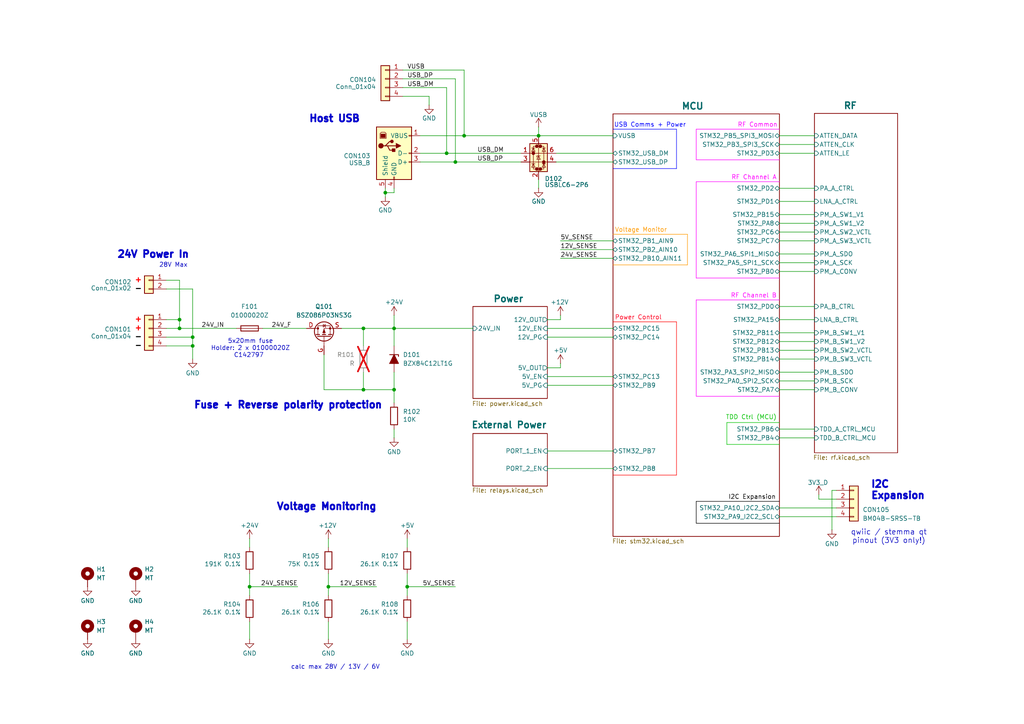
<source format=kicad_sch>
(kicad_sch (version 20250114) (generator "eeschema") (generator_version "9.0")
  (paper "A4")
  (title_block (title "RFE") (date "2024-06-01") (rev "A1") (company "LibreCellular Project - https://librecellular.org/") (comment 1 "Drawn: OK") (comment 2 "Checked: x"))
  (lib_symbols
    (symbol "Connector:USB_B" (pin_names (offset 1.016))
      (property "Reference" "J103" (at -6.858 -0.762 0))
      (property "Value" "USB_B" (at -6.858 -2.794 0))
      (symbol "USB_B_0_1"
        (rectangle (start -5.08 7.62) (end 5.08 -7.62) (stroke (width 0.254)) (fill (type background)))
        (polyline (pts (xy -4.064 4.318) (xy -2.286 4.318) (xy -2.286 5.715) (xy -2.667 6.096) (xy -3.683 6.096) (xy -4.064 5.715) (xy -4.064 4.318)))
        (rectangle (start -3.81 5.588) (end -2.54 4.572) (fill (type outline)))
        (circle (center -3.81 2.159) (radius 0.635) (stroke (width 0.254)) (fill (type outline)))
        (polyline (pts (xy -3.175 2.159) (xy -2.54 2.159) (xy -1.27 3.429) (xy -0.635 3.429)) (stroke (width 0.254)))
        (polyline (pts (xy -2.54 2.159) (xy -1.905 2.159) (xy -1.27 0.889) (xy 0 0.889)) (stroke (width 0.254)))
        (polyline (pts (xy -1.905 2.159) (xy 0.635 2.159)) (stroke (width 0.254)))
        (circle (center -0.635 3.429) (radius 0.381) (stroke (width 0.254)) (fill (type outline)))
        (rectangle (start -0.127 -7.62) (end 0.127 -6.858))
        (rectangle (start 0.254 1.27) (end -0.508 0.508) (stroke (width 0.254)) (fill (type outline)))
        (polyline (pts (xy 0.635 2.794) (xy 0.635 1.524) (xy 1.905 2.159) (xy 0.635 2.794)) (stroke (width 0.254)) (fill (type outline)))
        (rectangle (start 5.08 4.953) (end 4.318 5.207))
        (rectangle (start 5.08 -0.127) (end 4.318 0.127))
        (rectangle (start 5.08 -2.667) (end 4.318 -2.413))
      )
      (symbol "USB_B_1_1"
        (pin passive line (at -2.54 -10.16 90) (length 2.54) (name "Shield") (number "5"))
        (pin power_out line (at 0 -10.16 90) (length 2.54) (name "GND") (number "4"))
        (pin power_out line (at 7.62 5.08 180) (length 2.54) (name "VBUS") (number "1"))
        (pin bidirectional line (at 7.62 0 180) (length 2.54) (name "D-") (number "2"))
        (pin bidirectional line (at 7.62 -2.54 180) (length 2.54) (name "D+") (number "3"))
      )
    )
    (symbol "Connector_Generic:Conn_01x02" (pin_names (offset 1.016) (hide yes))
      (property "Reference" "J" (at 0 2.54 0))
      (property "Value" "Conn_01x02" (at 0 -5.08 0))
      (symbol "Conn_01x02_1_1"
        (rectangle (start -1.27 1.27) (end 1.27 -3.81) (stroke (width 0.254)) (fill (type background)))
        (rectangle (start -1.27 0.127) (end 0 -0.127) (stroke (width 0.1524)))
        (rectangle (start -1.27 -2.413) (end 0 -2.667) (stroke (width 0.1524)))
        (pin passive line (at -5.08 0 0) (length 3.81) (name "Pin_1") (number "1"))
        (pin passive line (at -5.08 -2.54 0) (length 3.81) (name "Pin_2") (number "2"))
      )
    )
    (symbol "Connector_Generic:Conn_01x04" (pin_names (offset 1.016) (hide yes))
      (property "Reference" "J" (at 0 5.08 0))
      (property "Value" "Conn_01x04" (at 0 -7.62 0))
      (symbol "Conn_01x04_1_1"
        (rectangle (start -1.27 3.81) (end 1.27 -6.35) (stroke (width 0.254)) (fill (type background)))
        (rectangle (start -1.27 2.667) (end 0 2.413) (stroke (width 0.1524)))
        (rectangle (start -1.27 0.127) (end 0 -0.127) (stroke (width 0.1524)))
        (rectangle (start -1.27 -2.413) (end 0 -2.667) (stroke (width 0.1524)))
        (rectangle (start -1.27 -4.953) (end 0 -5.207) (stroke (width 0.1524)))
        (pin passive line (at -5.08 2.54 0) (length 3.81) (name "Pin_1") (number "1"))
        (pin passive line (at -5.08 0 0) (length 3.81) (name "Pin_2") (number "2"))
        (pin passive line (at -5.08 -2.54 0) (length 3.81) (name "Pin_3") (number "3"))
        (pin passive line (at -5.08 -5.08 0) (length 3.81) (name "Pin_4") (number "4"))
      )
    )
    (symbol "Device:D_Zener_Filled" (pin_numbers (hide yes)) (pin_names (offset 1.016) (hide yes))
      (property "Reference" "D101" (at -1.2701 2.54 90))
      (property "Value" "BZX84C12LT1G" (at 1.2699 2.54 90))
      (symbol "D_Zener_Filled_0_1"
        (polyline (pts (xy -1.27 -1.27) (xy -1.27 1.27) (xy -0.762 1.27)) (stroke (width 0.254)))
        (polyline (pts (xy 1.27 0) (xy -1.27 0)))
        (polyline (pts (xy 1.27 -1.27) (xy 1.27 1.27) (xy -1.27 0) (xy 1.27 -1.27)) (stroke (width 0.254)) (fill (type outline)))
      )
      (symbol "D_Zener_Filled_1_1"
        (pin passive line (at -3.81 0 0) (length 2.54) (name "K") (number "3"))
        (pin passive line (at 3.81 0 180) (length 2.54) (name "A") (number "1"))
      )
    )
    (symbol "Device:Fuse" (pin_numbers (hide yes)) (pin_names (offset 0))
      (property "Reference" "F" (at 2.032 0 90))
      (property "Value" "Fuse" (at -1.905 0 90))
      (symbol "Fuse_0_1"
        (rectangle (start -0.762 -2.54) (end 0.762 2.54) (stroke (width 0.254)))
        (polyline (pts (xy 0 2.54) (xy 0 -2.54)))
      )
      (symbol "Fuse_1_1"
        (pin passive line (at 0 3.81 270) (length 1.27) (name "~") (number "1"))
        (pin passive line (at 0 -3.81 90) (length 1.27) (name "~") (number "2"))
      )
    )
    (symbol "Device:Q_PMOS_DGS" (pin_names (offset 0) (hide yes))
      (property "Reference" "Q101" (at 8.89 0 90))
      (property "Value" "BSZ086P03NS3G" (at 6.35 0 90))
      (symbol "Q_PMOS_DGS_0_1"
        (polyline (pts (xy 0.254 1.905) (xy 0.254 -1.905)) (stroke (width 0.254)))
        (polyline (pts (xy 0.254 0) (xy -2.54 0)))
        (polyline (pts (xy 0.762 2.286) (xy 0.762 1.27)) (stroke (width 0.254)))
        (polyline (pts (xy 0.762 1.778) (xy 3.302 1.778) (xy 3.302 -1.778) (xy 0.762 -1.778)))
        (polyline (pts (xy 0.762 0.508) (xy 0.762 -0.508)) (stroke (width 0.254)))
        (polyline (pts (xy 0.762 -1.27) (xy 0.762 -2.286)) (stroke (width 0.254)))
        (circle (center 1.651 0) (radius 2.794) (stroke (width 0.254)))
        (polyline (pts (xy 2.286 0) (xy 1.27 0.381) (xy 1.27 -0.381) (xy 2.286 0)) (fill (type outline)))
        (polyline (pts (xy 2.54 2.54) (xy 2.54 1.778)))
        (circle (center 2.54 1.778) (radius 0.254) (fill (type outline)))
        (circle (center 2.54 -1.778) (radius 0.254) (fill (type outline)))
        (polyline (pts (xy 2.54 -2.54) (xy 2.54 0) (xy 0.762 0)))
        (polyline (pts (xy 2.794 -0.508) (xy 2.921 -0.381) (xy 3.683 -0.381) (xy 3.81 -0.254)))
        (polyline (pts (xy 3.302 -0.381) (xy 2.921 0.254) (xy 3.683 0.254) (xy 3.302 -0.381)))
      )
      (symbol "Q_PMOS_DGS_1_1"
        (pin input line (at -5.08 0 0) (length 2.54) (name "G") (number "G"))
        (pin passive line (at 2.54 5.08 270) (length 2.54) (name "D") (number "D"))
        (pin passive line (at 2.54 -5.08 90) (length 2.54) (name "S") (number "S"))
      )
    )
    (symbol "Device:R" (pin_numbers (hide yes)) (pin_names (offset 0))
      (property "Reference" "R" (at 2.032 0 90))
      (property "Value" "R" (at 0 0 90))
      (symbol "R_0_1"
        (rectangle (start -1.016 -2.54) (end 1.016 2.54) (stroke (width 0.254)))
      )
      (symbol "R_1_1"
        (pin passive line (at 0 3.81 270) (length 1.27) (name "~") (number "1"))
        (pin passive line (at 0 -3.81 90) (length 1.27) (name "~") (number "2"))
      )
    )
    (symbol "Mechanical:MountingHole_Pad" (pin_numbers (hide yes)) (pin_names (offset 1.016) (hide yes)) (exclude_from_sim yes) (in_bom no)
      (property "Reference" "H" (at 0 6.35 0))
      (property "Value" "MountingHole_Pad" (at 0 4.445 0))
      (symbol "MountingHole_Pad_0_1"
        (circle (center 0 1.27) (radius 1.27) (stroke (width 1.27)))
      )
      (symbol "MountingHole_Pad_1_1"
        (pin input line (at 0 -2.54 90) (length 2.54) (name "1") (number "1"))
      )
    )
    (symbol "Power_Protection:USBLC6-2P6" (pin_names (hide yes))
      (property "Reference" "U" (at 0.635 5.715 0))
      (property "Value" "USBLC6-2P6" (at 0.635 3.81 0))
      (symbol "USBLC6-2P6_0_0"
        (circle (center -1.524 0) (radius 0.0001) (stroke (width 0.508)))
        (circle (center -0.508 2.032) (radius 0.0001) (stroke (width 0.508)))
        (circle (center -0.508 -4.572) (radius 0.0001) (stroke (width 0.508)))
        (circle (center 0.508 2.032) (radius 0.0001) (stroke (width 0.508)))
        (circle (center 0.508 -4.572) (radius 0.0001) (stroke (width 0.508)))
        (circle (center 1.524 -2.54) (radius 0.0001) (stroke (width 0.508)))
      )
      (symbol "USBLC6-2P6_0_1"
        (polyline (pts (xy -2.54 0) (xy 2.54 0)))
        (polyline (pts (xy -2.54 -2.54) (xy 2.54 -2.54)))
        (polyline (pts (xy -2.032 0.508) (xy -1.016 0.508) (xy -1.524 1.524) (xy -2.032 0.508)))
        (polyline (pts (xy -2.032 -3.048) (xy -1.016 -3.048)))
        (polyline (pts (xy -1.016 1.524) (xy -2.032 1.524)))
        (polyline (pts (xy -1.016 -4.064) (xy -2.032 -4.064) (xy -1.524 -3.048) (xy -1.016 -4.064)))
        (polyline (pts (xy -0.508 -1.143) (xy -0.508 -0.762) (xy 0.508 -0.762)))
        (polyline (pts (xy 0 2.54) (xy -0.508 2.032) (xy 0.508 2.032) (xy 0 1.524) (xy 0 -4.064) (xy -0.508 -4.572) (xy 0.508 -4.572) (xy 0 -5.08)))
        (polyline (pts (xy 0.508 -1.778) (xy -0.508 -1.778) (xy 0 -0.762) (xy 0.508 -1.778)))
        (polyline (pts (xy 1.016 1.524) (xy 2.032 1.524)))
        (polyline (pts (xy 1.016 -3.048) (xy 2.032 -3.048)))
        (polyline (pts (xy 2.032 0.508) (xy 1.016 0.508) (xy 1.524 1.524) (xy 2.032 0.508)))
        (polyline (pts (xy 2.032 -4.064) (xy 1.016 -4.064) (xy 1.524 -3.048) (xy 2.032 -4.064)))
      )
      (symbol "USBLC6-2P6_1_1"
        (rectangle (start -2.54 2.794) (end 2.54 -5.334) (stroke (width 0.254)) (fill (type background)))
        (polyline (pts (xy -0.508 2.032) (xy -1.524 2.032) (xy -1.524 -4.572) (xy -0.508 -4.572)))
        (polyline (pts (xy 0.508 -4.572) (xy 1.524 -4.572) (xy 1.524 2.032) (xy 0.508 2.032)))
        (pin passive line (at -5.08 0 0) (length 2.54) (name "I/O1") (number "1"))
        (pin passive line (at -5.08 -2.54 0) (length 2.54) (name "I/O2") (number "3"))
        (pin passive line (at 0 5.08 270) (length 2.54) (name "VBUS") (number "5"))
        (pin passive line (at 0 -7.62 90) (length 2.54) (name "GND") (number "2"))
        (pin passive line (at 5.08 0 180) (length 2.54) (name "I/O1") (number "6"))
        (pin passive line (at 5.08 -2.54 180) (length 2.54) (name "I/O2") (number "4"))
      )
    )
    (symbol "power:+12V" (power) (pin_numbers (hide yes)) (pin_names (offset 0) (hide yes))
      (property "Value" "+12V" (at 0 3.556 0))
      (symbol "+12V_0_1"
        (polyline (pts (xy -0.762 1.27) (xy 0 2.54)))
        (polyline (pts (xy 0 2.54) (xy 0.762 1.27)))
        (polyline (pts (xy 0 0) (xy 0 2.54)))
      )
      (symbol "+12V_1_1"
        (pin power_in line (at 0 0 90) (length 0) (name "~") (number "1"))
      )
    )
    (symbol "power:+24V" (power) (pin_numbers (hide yes)) (pin_names (offset 0) (hide yes))
      (property "Value" "+24V" (at 0 3.556 0))
      (symbol "+24V_0_1"
        (polyline (pts (xy -0.762 1.27) (xy 0 2.54)))
        (polyline (pts (xy 0 2.54) (xy 0.762 1.27)))
        (polyline (pts (xy 0 0) (xy 0 2.54)))
      )
      (symbol "+24V_1_1"
        (pin power_in line (at 0 0 90) (length 0) (name "~") (number "1"))
      )
    )
    (symbol "power:+3V3" (power) (pin_numbers (hide yes)) (pin_names (offset 0) (hide yes))
      (property "Value" "+3V3" (at 0 3.556 0))
      (symbol "+3V3_0_1"
        (polyline (pts (xy -0.762 1.27) (xy 0 2.54)))
        (polyline (pts (xy 0 2.54) (xy 0.762 1.27)))
        (polyline (pts (xy 0 0) (xy 0 2.54)))
      )
      (symbol "+3V3_1_1"
        (pin power_in line (at 0 0 90) (length 0) (name "~") (number "1"))
      )
    )
    (symbol "power:+5V" (power) (pin_numbers (hide yes)) (pin_names (offset 0) (hide yes))
      (property "Value" "+5V" (at 0 3.556 0))
      (symbol "+5V_0_1"
        (polyline (pts (xy -0.762 1.27) (xy 0 2.54)))
        (polyline (pts (xy 0 2.54) (xy 0.762 1.27)))
        (polyline (pts (xy 0 0) (xy 0 2.54)))
      )
      (symbol "+5V_1_1"
        (pin power_in line (at 0 0 90) (length 0) (name "~") (number "1"))
      )
    )
    (symbol "power:GND" (power) (pin_numbers (hide yes)) (pin_names (offset 0) (hide yes))
      (property "Value" "GND" (at 0 -3.81 0))
      (symbol "GND_0_1"
        (polyline (pts (xy 0 0) (xy 0 -1.27) (xy 1.27 -1.27) (xy 0 -2.54) (xy -1.27 -1.27) (xy 0 -1.27)))
      )
      (symbol "GND_1_1"
        (pin power_in line (at 0 0 270) (length 0) (name "~") (number "1"))
      )
    )
    (symbol "power:VBUS" (power) (pin_numbers (hide yes)) (pin_names (offset 0) (hide yes))
      (property "Value" "VBUS" (at 0 3.556 0))
      (symbol "VBUS_0_1"
        (polyline (pts (xy -0.762 1.27) (xy 0 2.54)))
        (polyline (pts (xy 0 2.54) (xy 0.762 1.27)))
        (polyline (pts (xy 0 0) (xy 0 2.54)))
      )
      (symbol "VBUS_1_1"
        (pin power_in line (at 0 0 90) (length 0) (name "~") (number "1"))
      )
    )
  )
  (text "-" (at 40.132 83.82 0) (effects (font (size 1.524 1.524) (bold yes))))
  (text "5x20mm fuse\nHolder: 2 x 01000020Z\nC142797 " (at 72.644 101.092 0) (effects (font (size 1.27 1.27))))
  (text "I2C\nExpansion" (at 252.476 142.24 0) (effects (font (size 2.032 2.032) (thickness 1.524) (bold yes)) (justify left)))
  (text "Voltage Monitor" (at 178.308 66.802 0) (effects (font (size 1.27 1.27)) (justify left)))
  (text "+" (at 40.132 92.71 0) (effects (font (size 1.524 1.524) (bold yes))))
  (text "28V Max" (at 50.292 76.962 0) (effects (font (size 1.27 1.27))))
  (text "calc max 28V / 13V / 6V" (at 97.282 193.548 0) (effects (font (size 1.27 1.27))))
  (text "-" (at 40.132 97.79 0) (effects (font (size 1.524 1.524) (bold yes))))
  (text "TDD Ctrl (MCU)" (at 225.298 121.158 0) (effects (font (size 1.27 1.27)) (justify right)))
  (text "qwiic / stemma qt\npinout (3V3 only!)" (at 257.81 155.702 0) (effects (font (size 1.524 1.524))))
  (text "RF Common" (at 225.552 36.322 0) (effects (font (size 1.27 1.27)) (justify right)))
  (text "Power Control" (at 178.308 92.202 0) (effects (font (size 1.27 1.27)) (justify left)))
  (text "Voltage Monitoring" (at 94.742 147.066 0) (effects (font (size 2.032 2.032) (thickness 1.524) (bold yes))))
  (text "24V Power In" (at 44.45 73.914 0) (effects (font (size 2.032 2.032) (thickness 1.524) (bold yes))))
  (text "+" (at 40.132 95.25 0) (effects (font (size 1.524 1.524) (bold yes))))
  (text "Host USB" (at 97.028 34.544 0) (effects (font (size 2.032 2.032) (thickness 1.524) (bold yes))))
  (text "RF Channel B" (at 225.298 85.852 0) (effects (font (size 1.27 1.27)) (justify right)))
  (text "I2C Expansion" (at 225.044 144.272 0) (effects (font (size 1.27 1.27)) (justify right)))
  (text "-" (at 40.132 100.33 0) (effects (font (size 1.524 1.524) (bold yes))))
  (text "USB Comms + Power" (at 178.054 36.322 0) (effects (font (size 1.27 1.27)) (justify left)))
  (text "+" (at 40.132 81.28 0) (effects (font (size 1.524 1.524) (bold yes))))
  (text "Fuse + Reverse polarity protection" (at 83.566 117.602 0) (effects (font (size 2.032 2.032) (thickness 1.524) (bold yes))))
  (text "RF Channel A" (at 225.298 51.562 0) (effects (font (size 1.27 1.27)) (justify right)))
  (junction (at 52.07 92.71))
  (junction (at 52.07 95.25))
  (junction (at 156.21 39.37))
  (junction (at 134.62 39.37))
  (junction (at 114.3 113.03))
  (junction (at 118.11 170.18))
  (junction (at 105.41 113.03))
  (junction (at 55.88 100.33))
  (junction (at 111.76 55.88))
  (junction (at 129.54 44.45))
  (junction (at 132.08 46.99))
  (junction (at 114.3 95.25))
  (junction (at 72.39 170.18))
  (junction (at 105.41 95.25))
  (junction (at 55.88 97.79))
  (junction (at 95.25 170.18))
  (wire (pts (xy 116.84 25.4) (xy 129.54 25.4)))
  (polyline (pts (xy 201.93 151.765) (xy 201.93 145.415)) (stroke (width 0) (color 0 0 0 1)))
  (wire (pts (xy 162.56 72.39) (xy 177.8 72.39)))
  (polyline (pts (xy 201.93 80.645) (xy 201.93 52.705)) (stroke (width 0) (color 255 0 255 1)))
  (polyline (pts (xy 226.06 114.935) (xy 201.93 114.935)) (stroke (width 0) (color 255 0 255 1)))
  (wire (pts (xy 226.06 124.46) (xy 236.22 124.46)))
  (wire (pts (xy 226.06 107.95) (xy 236.22 107.95)))
  (wire (pts (xy 226.06 78.74) (xy 236.22 78.74)))
  (polyline (pts (xy 226.06 151.765) (xy 201.93 151.765)) (stroke (width 0) (color 0 0 0 1)))
  (wire (pts (xy 158.75 92.71) (xy 162.56 92.71)))
  (polyline (pts (xy 226.06 46.355) (xy 201.93 46.355)) (stroke (width 0) (color 255 0 255 1)))
  (wire (pts (xy 121.92 39.37) (xy 134.62 39.37)))
  (wire (pts (xy 226.06 149.86) (xy 242.57 149.86)))
  (wire (pts (xy 95.25 170.18) (xy 95.25 166.37)))
  (wire (pts (xy 161.29 46.99) (xy 177.8 46.99)))
  (wire (pts (xy 226.06 88.9) (xy 236.22 88.9)))
  (wire (pts (xy 156.21 39.37) (xy 177.8 39.37)))
  (wire (pts (xy 114.3 55.88) (xy 111.76 55.88)))
  (wire (pts (xy 52.07 81.28) (xy 52.07 92.71)))
  (wire (pts (xy 48.26 83.82) (xy 55.88 83.82)))
  (wire (pts (xy 93.98 102.87) (xy 93.98 113.03)))
  (wire (pts (xy 132.08 46.99) (xy 151.13 46.99)))
  (polyline (pts (xy 177.8 93.345) (xy 196.215 93.345)) (stroke (width 0) (color 255 0 0 1)))
  (wire (pts (xy 93.98 113.03) (xy 105.41 113.03)))
  (wire (pts (xy 226.06 104.14) (xy 236.22 104.14)))
  (polyline (pts (xy 201.93 114.935) (xy 201.93 86.995)) (stroke (width 0) (color 255 0 255 1)))
  (wire (pts (xy 158.75 135.89) (xy 177.8 135.89)))
  (wire (pts (xy 55.88 97.79) (xy 55.88 100.33)))
  (wire (pts (xy 226.06 147.32) (xy 242.57 147.32)))
  (polyline (pts (xy 210.82 122.555) (xy 226.06 122.555)) (stroke (width 0) (color 0 194 0 1)))
  (wire (pts (xy 158.75 97.79) (xy 177.8 97.79)))
  (wire (pts (xy 52.07 95.25) (xy 48.26 95.25)))
  (wire (pts (xy 105.41 95.25) (xy 114.3 95.25)))
  (wire (pts (xy 121.92 44.45) (xy 129.54 44.45)))
  (wire (pts (xy 162.56 106.68) (xy 162.56 105.41)))
  (wire (pts (xy 158.75 111.76) (xy 177.8 111.76)))
  (wire (pts (xy 226.06 76.2) (xy 236.22 76.2)))
  (wire (pts (xy 124.46 27.94) (xy 124.46 30.48)))
  (polyline (pts (xy 201.93 52.705) (xy 226.06 52.705)) (stroke (width 0) (color 255 0 255 1)))
  (polyline (pts (xy 201.93 145.415) (xy 226.06 145.415)) (stroke (width 0) (color 0 0 0 1)))
  (wire (pts (xy 158.75 130.81) (xy 177.8 130.81)))
  (wire (pts (xy 158.75 95.25) (xy 177.8 95.25)))
  (wire (pts (xy 226.06 96.52) (xy 236.22 96.52)))
  (wire (pts (xy 226.06 58.42) (xy 236.22 58.42)))
  (wire (pts (xy 52.07 95.25) (xy 68.58 95.25)))
  (wire (pts (xy 116.84 22.86) (xy 132.08 22.86)))
  (wire (pts (xy 226.06 92.71) (xy 236.22 92.71)))
  (wire (pts (xy 121.92 46.99) (xy 132.08 46.99)))
  (wire (pts (xy 99.06 95.25) (xy 105.41 95.25)))
  (wire (pts (xy 88.9 95.25) (xy 76.2 95.25)))
  (wire (pts (xy 118.11 185.42) (xy 118.11 180.34)))
  (polyline (pts (xy 177.8 137.795) (xy 196.215 137.795)) (stroke (width 0) (color 255 0 0 1)))
  (wire (pts (xy 162.56 92.71) (xy 162.56 91.44)))
  (wire (pts (xy 114.3 54.61) (xy 114.3 55.88)))
  (wire (pts (xy 226.06 99.06) (xy 236.22 99.06)))
  (polyline (pts (xy 177.8 76.835) (xy 199.39 76.835)) (stroke (width 0) (color 255 153 0 1)))
  (wire (pts (xy 158.75 106.68) (xy 162.56 106.68)))
  (wire (pts (xy 48.26 97.79) (xy 55.88 97.79)))
  (wire (pts (xy 156.21 52.07) (xy 156.21 54.61)))
  (polyline (pts (xy 226.06 128.905) (xy 210.82 128.905)) (stroke (width 0) (color 0 194 0 1)))
  (wire (pts (xy 95.25 172.72) (xy 95.25 170.18)))
  (polyline (pts (xy 226.06 80.645) (xy 201.93 80.645)) (stroke (width 0) (color 255 0 255 1)))
  (wire (pts (xy 242.57 142.24) (xy 241.3 142.24)))
  (wire (pts (xy 48.26 100.33) (xy 55.88 100.33)))
  (wire (pts (xy 226.06 110.49) (xy 236.22 110.49)))
  (wire (pts (xy 156.21 36.83) (xy 156.21 39.37)))
  (wire (pts (xy 72.39 156.21) (xy 72.39 158.75)))
  (polyline (pts (xy 177.8 37.465) (xy 196.215 37.465)) (stroke (width 0) (color 0 0 255 1)))
  (wire (pts (xy 55.88 83.82) (xy 55.88 97.79)))
  (polyline (pts (xy 196.215 48.895) (xy 196.215 37.465)) (stroke (width 0) (color 0 0 255 1)))
  (wire (pts (xy 226.06 101.6) (xy 236.22 101.6)))
  (wire (pts (xy 111.76 54.61) (xy 111.76 55.88)))
  (wire (pts (xy 226.06 67.31) (xy 236.22 67.31)))
  (wire (pts (xy 226.06 44.45) (xy 236.22 44.45)))
  (wire (pts (xy 226.06 39.37) (xy 236.22 39.37)))
  (wire (pts (xy 162.56 74.93) (xy 177.8 74.93)))
  (wire (pts (xy 118.11 170.18) (xy 132.08 170.18)))
  (wire (pts (xy 129.54 25.4) (xy 129.54 44.45)))
  (wire (pts (xy 95.25 185.42) (xy 95.25 180.34)))
  (wire (pts (xy 114.3 113.03) (xy 114.3 116.84)))
  (polyline (pts (xy 199.39 76.835) (xy 199.39 67.945)) (stroke (width 0) (color 255 153 0 1)))
  (wire (pts (xy 114.3 95.25) (xy 114.3 100.33)))
  (polyline (pts (xy 196.215 137.795) (xy 196.215 93.345)) (stroke (width 0) (color 255 0 0 1)))
  (wire (pts (xy 226.06 127) (xy 236.22 127)))
  (wire (pts (xy 226.06 69.85) (xy 236.22 69.85)))
  (wire (pts (xy 116.84 27.94) (xy 124.46 27.94)))
  (wire (pts (xy 48.26 92.71) (xy 52.07 92.71)))
  (polyline (pts (xy 210.82 128.905) (xy 210.82 122.555)) (stroke (width 0) (color 0 194 0 1)))
  (wire (pts (xy 134.62 39.37) (xy 156.21 39.37)))
  (wire (pts (xy 95.25 170.18) (xy 109.22 170.18)))
  (wire (pts (xy 158.75 109.22) (xy 177.8 109.22)))
  (wire (pts (xy 72.39 172.72) (xy 72.39 170.18)))
  (wire (pts (xy 111.76 55.88) (xy 111.76 57.15)))
  (wire (pts (xy 237.49 144.78) (xy 237.49 143.51)))
  (wire (pts (xy 55.88 100.33) (xy 55.88 104.14)))
  (wire (pts (xy 226.06 73.66) (xy 236.22 73.66)))
  (wire (pts (xy 95.25 156.21) (xy 95.25 158.75)))
  (wire (pts (xy 118.11 170.18) (xy 118.11 166.37)))
  (wire (pts (xy 105.41 100.33) (xy 105.41 95.25)))
  (wire (pts (xy 116.84 20.32) (xy 134.62 20.32)))
  (wire (pts (xy 114.3 124.46) (xy 114.3 127)))
  (wire (pts (xy 118.11 156.21) (xy 118.11 158.75)))
  (wire (pts (xy 129.54 44.45) (xy 151.13 44.45)))
  (wire (pts (xy 237.49 144.78) (xy 242.57 144.78)))
  (polyline (pts (xy 201.93 86.995) (xy 226.06 86.995)) (stroke (width 0) (color 255 0 255 1)))
  (wire (pts (xy 114.3 91.44) (xy 114.3 95.25)))
  (wire (pts (xy 52.07 92.71) (xy 52.07 95.25)))
  (wire (pts (xy 114.3 95.25) (xy 137.16 95.25)))
  (wire (pts (xy 72.39 170.18) (xy 72.39 166.37)))
  (wire (pts (xy 226.06 64.77) (xy 236.22 64.77)))
  (wire (pts (xy 226.06 113.03) (xy 236.22 113.03)))
  (wire (pts (xy 226.06 54.61) (xy 236.22 54.61)))
  (wire (pts (xy 105.41 107.95) (xy 105.41 113.03)))
  (polyline (pts (xy 226.06 37.465) (xy 201.93 37.465)) (stroke (width 0) (color 255 0 255 1)))
  (wire (pts (xy 114.3 107.95) (xy 114.3 113.03)))
  (wire (pts (xy 105.41 113.03) (xy 114.3 113.03)))
  (wire (pts (xy 134.62 20.32) (xy 134.62 39.37)))
  (polyline (pts (xy 177.8 48.895) (xy 196.215 48.895)) (stroke (width 0) (color 0 0 255 1)))
  (wire (pts (xy 72.39 185.42) (xy 72.39 180.34)))
  (wire (pts (xy 118.11 172.72) (xy 118.11 170.18)))
  (wire (pts (xy 226.06 41.91) (xy 236.22 41.91)))
  (wire (pts (xy 241.3 142.24) (xy 241.3 153.67)))
  (wire (pts (xy 161.29 44.45) (xy 177.8 44.45)))
  (wire (pts (xy 132.08 22.86) (xy 132.08 46.99)))
  (wire (pts (xy 162.56 69.85) (xy 177.8 69.85)))
  (polyline (pts (xy 201.93 37.465) (xy 201.93 46.355)) (stroke (width 0) (color 255 0 255 1)))
  (polyline (pts (xy 177.8 67.945) (xy 199.39 67.945)) (stroke (width 0) (color 255 153 0 1)))
  (wire (pts (xy 48.26 81.28) (xy 52.07 81.28)))
  (wire (pts (xy 226.06 62.23) (xy 236.22 62.23)))
  (wire (pts (xy 72.39 170.18) (xy 86.36 170.18)))
  (label "24V_SENSE" (at 86.36 170.18 180))
  (label "12V_SENSE" (at 109.22 170.18 180))
  (label "USB_DP" (at 138.43 46.99 0))
  (label "VUSB" (at 118.11 20.32 0))
  (label "24V_F" (at 78.74 95.25 0))
  (label "24V_IN" (at 58.42 95.25 0))
  (label "5V_SENSE" (at 162.56 69.85 0))
  (label "24V_SENSE" (at 162.56 74.93 0))
  (label "USB_DM" (at 118.11 25.4 0))
  (label "5V_SENSE" (at 132.08 170.18 180))
  (label "USB_DP" (at 118.11 22.86 0))
  (label "12V_SENSE" (at 162.56 72.39 0))
  (label "USB_DM" (at 138.43 44.45 0))
  (symbol (lib_id "Connector_Generic:Conn_01x04") (at 247.65 144.78 0) (unit 1)
    (property "Reference" "CON105" (at 250.19 147.828 0) (effects (justify left)))
    (property "Value" "BM04B-SRSS-TB" (at 250.19 150.368 0) (effects (justify left)))
    (property "Footprint" "LC_RFE:BM04B-SRSS-TB" (effects (hide yes)))
    (property "Description" "Generic connector, single row, 01x04, script generated (kicad-library-utils/schlib/autogen/connector/)" (effects (hide yes)))
  )
  (symbol (lib_id "power:GND") (at 39.37 170.18 0) (unit 1)
    (property "Reference" "#PWR0109" (effects (hide yes)))
    (property "Value" "GND" (at 39.37 174.244 0))
    (property "Description" "Power symbol creates a global label with name \"GND\" , ground" (effects (hide yes)))
  )
  (symbol (lib_id "power:+3V3") (at 237.49 143.51 0) (unit 1)
    (property "Reference" "#PWR0110" (effects (hide yes)))
    (property "Value" "3V3_D" (at 237.236 139.954 0))
    (property "Description" "Power symbol creates a global label with name \"+3V3\"" (effects (hide yes)))
  )
  (symbol (lib_id "Mechanical:MountingHole_Pad") (at 39.37 167.64 0) (unit 1) (exclude_from_sim yes) (in_bom no)
    (property "Reference" "H2" (at 41.91 165.0999 0) (effects (justify left)))
    (property "Value" "MT" (at 41.91 167.6399 0) (effects (justify left)))
    (property "Footprint" "MountingHole:MountingHole_3.2mm_M3_Pad_Via" (effects (hide yes)))
    (property "Description" "Mounting Hole with connection" (effects (hide yes)))
  )
  (symbol (lib_id "Connector_Generic:Conn_01x04") (at 43.18 95.25 0) (mirror y) (unit 1)
    (property "Reference" "CON101" (at 38.1 95.504 0) (effects (justify left)))
    (property "Value" "Conn_01x04" (at 38.1 97.536 0) (effects (justify left)))
    (property "Footprint" "LC_RFE:Dorabo_DB2ERC-2.5-4P-GN" (effects (hide yes)))
    (property "Description" "Generic connector, single row, 01x04, script generated (kicad-library-utils/schlib/autogen/connector/)" (effects (hide yes)))
  )
  (symbol (lib_id "Device:D_Zener_Filled") (at 114.3 104.14 270) (unit 1)
    (property "Reference" "D101" (at 116.84 102.8699 90) (effects (justify left)))
    (property "Value" "BZX84C12LT1G" (at 116.84 105.4099 90) (effects (justify left)))
    (property "Footprint" "Package_TO_SOT_SMD:SOT-23" (effects (hide yes)))
    (property "Description" "Zener diode, filled shape" (effects (hide yes)))
    (property "JLCASSY" "C82475" (effects (hide yes)))
  )
  (symbol (lib_id "power:GND") (at 55.88 104.14 0) (unit 1)
    (property "Reference" "#PWR0105" (effects (hide yes)))
    (property "Value" "GND" (at 55.88 108.204 0))
    (property "Description" "Power symbol creates a global label with name \"GND\" , ground" (effects (hide yes)))
  )
  (symbol (lib_id "Mechanical:MountingHole_Pad") (at 39.37 182.88 0) (unit 1) (exclude_from_sim yes) (in_bom no)
    (property "Reference" "H4" (at 41.91 180.3399 0) (effects (justify left)))
    (property "Value" "MT" (at 41.91 182.8799 0) (effects (justify left)))
    (property "Footprint" "MountingHole:MountingHole_3.2mm_M3_Pad_Via" (effects (hide yes)))
    (property "Description" "Mounting Hole with connection" (effects (hide yes)))
  )
  (symbol (lib_id "power:VBUS") (at 156.21 36.83 0) (unit 1)
    (property "Reference" "#PWR0111" (effects (hide yes)))
    (property "Value" "VUSB" (at 156.21 33.274 0))
    (property "Description" "Power symbol creates a global label with name \"VBUS\"" (effects (hide yes)))
  )
  (symbol (lib_id "Device:R") (at 72.39 176.53 0) (mirror y) (unit 1)
    (property "Reference" "R104" (at 69.85 175.2599 0) (effects (justify left)))
    (property "Value" "26.1K 0.1%" (at 69.85 177.546 0) (effects (justify left)))
    (property "Footprint" "Resistor_SMD:R_0402_1005Metric" (effects (hide yes)))
    (property "Description" "Resistor" (effects (hide yes)))
    (property "JLCASSY" "C728557" (effects (hide yes)))
  )
  (symbol (lib_id "power:+5V") (at 118.11 156.21 0) (unit 1)
    (property "Reference" "#PWR07" (effects (hide yes)))
    (property "Value" "+5V" (at 118.11 152.4 0))
    (property "Description" "Power symbol creates a global label with name \"+5V\"" (effects (hide yes)))
  )
  (symbol (lib_id "Connector_Generic:Conn_01x02") (at 43.18 81.28 0) (mirror y) (unit 1)
    (property "Reference" "CON102" (at 38.1 81.788 0) (effects (justify left)))
    (property "Value" "Conn_01x02" (at 38.1 83.566 0) (effects (justify left)))
    (property "Footprint" "Connector_Molex:Molex_KK-396_5273-02A_1x02_P3.96mm_Vertical" (effects (hide yes)))
    (property "Description" "Generic connector, single row, 01x02, script generated (kicad-library-utils/schlib/autogen/connector/)" (effects (hide yes)))
  )
  (symbol (lib_id "Power_Protection:USBLC6-2P6") (at 156.21 44.45 0) (unit 1)
    (property "Reference" "D102" (at 157.988 51.816 0) (effects (justify left)))
    (property "Value" "USBLC6-2P6" (at 157.988 53.594 0) (effects (justify left)))
    (property "Footprint" "LC_RFE:SOT-666" (effects (hide yes)))
    (property "Datasheet" "https://www.st.com/resource/en/datasheet/usblc6-2.pdf" (effects (hide yes)))
    (property "Description" "Very low capacitance ESD protection diode, 2 data-line, SOT-666" (effects (hide yes)))
    (property "JLCASSY" "C15999" (effects (hide yes)))
  )
  (symbol (lib_id "power:GND") (at 95.25 185.42 0) (unit 1)
    (property "Reference" "#PWR06" (effects (hide yes)))
    (property "Value" "GND" (at 95.25 189.484 0))
    (property "Description" "Power symbol creates a global label with name \"GND\" , ground" (effects (hide yes)))
  )
  (symbol (lib_id "Device:Fuse") (at 72.39 95.25 90) (unit 1)
    (property "Reference" "F101" (at 72.39 88.9 90))
    (property "Value" "01000020Z" (at 72.39 91.44 90))
    (property "Footprint" "LC_RFE:Fuseholder_2x_Littelfuse_100_series_5x20mm" (effects (hide yes)))
    (property "Description" "Fuse" (effects (hide yes)))
    (property "JLCASSY" "C142797" (effects (hide yes)))
  )
  (symbol (lib_id "Mechanical:MountingHole_Pad") (at 25.4 167.64 0) (unit 1) (exclude_from_sim yes) (in_bom no)
    (property "Reference" "H1" (at 27.94 165.0999 0) (effects (justify left)))
    (property "Value" "MT" (at 27.94 167.6399 0) (effects (justify left)))
    (property "Footprint" "MountingHole:MountingHole_3.2mm_M3_Pad_Via" (effects (hide yes)))
    (property "Description" "Mounting Hole with connection" (effects (hide yes)))
  )
  (symbol (lib_id "power:GND") (at 118.11 185.42 0) (unit 1)
    (property "Reference" "#PWR08" (effects (hide yes)))
    (property "Value" "GND" (at 118.11 189.484 0))
    (property "Description" "Power symbol creates a global label with name \"GND\" , ground" (effects (hide yes)))
  )
  (symbol (lib_id "power:GND") (at 241.3 153.67 0) (unit 1)
    (property "Reference" "#PWR0103" (effects (hide yes)))
    (property "Value" "GND" (at 241.3 157.734 0))
    (property "Description" "Power symbol creates a global label with name \"GND\" , ground" (effects (hide yes)))
  )
  (symbol (lib_id "power:+12V") (at 162.56 91.44 0) (unit 1)
    (property "Reference" "#PWR0101" (effects (hide yes)))
    (property "Value" "+12V" (at 162.306 87.63 0))
    (property "Description" "Power symbol creates a global label with name \"+12V\"" (effects (hide yes)))
  )
  (symbol (lib_id "power:GND") (at 114.3 127 0) (unit 1)
    (property "Reference" "#PWR0106" (effects (hide yes)))
    (property "Value" "GND" (at 114.3 131.064 0))
    (property "Description" "Power symbol creates a global label with name \"GND\" , ground" (effects (hide yes)))
  )
  (symbol (lib_id "power:GND") (at 124.46 30.48 0) (unit 1)
    (property "Reference" "#PWR09" (effects (hide yes)))
    (property "Value" "GND" (at 124.46 34.29 0))
  )
  (symbol (lib_id "Device:R") (at 118.11 176.53 0) (mirror y) (unit 1)
    (property "Reference" "R108" (at 115.57 175.2599 0) (effects (justify left)))
    (property "Value" "26.1K 0.1%" (at 115.57 177.546 0) (effects (justify left)))
    (property "Footprint" "Resistor_SMD:R_0402_1005Metric" (effects (hide yes)))
    (property "Description" "Resistor" (effects (hide yes)))
    (property "JLCASSY" "C728557" (effects (hide yes)))
  )
  (symbol (lib_id "Device:R") (at 114.3 120.65 0) (unit 1)
    (property "Reference" "R102" (at 116.84 119.3799 0) (effects (justify left)))
    (property "Value" "10K" (at 116.84 121.666 0) (effects (justify left)))
    (property "Footprint" "Resistor_SMD:R_0402_1005Metric" (effects (hide yes)))
    (property "Description" "Resistor" (effects (hide yes)))
    (property "JLCASSY" "C2902636" (effects (hide yes)))
  )
  (symbol (lib_id "power:+24V") (at 72.39 156.21 0) (unit 1)
    (property "Reference" "#PWR03" (effects (hide yes)))
    (property "Value" "+24V" (at 72.39 152.4 0))
    (property "Description" "Power symbol creates a global label with name \"+24V\"" (effects (hide yes)))
  )
  (symbol (lib_id "power:GND") (at 72.39 185.42 0) (unit 1)
    (property "Reference" "#PWR04" (effects (hide yes)))
    (property "Value" "GND" (at 72.39 189.484 0))
    (property "Description" "Power symbol creates a global label with name \"GND\" , ground" (effects (hide yes)))
  )
  (symbol (lib_id "Device:R") (at 118.11 162.56 0) (mirror y) (unit 1)
    (property "Reference" "R107" (at 115.57 161.2899 0) (effects (justify left)))
    (property "Value" "26.1K 0.1%" (at 115.57 163.576 0) (effects (justify left)))
    (property "Footprint" "Resistor_SMD:R_0402_1005Metric" (effects (hide yes)))
    (property "Description" "Resistor" (effects (hide yes)))
    (property "JLCASSY" "C728557" (effects (hide yes)))
  )
  (symbol (lib_id "power:GND") (at 39.37 185.42 0) (unit 1)
    (property "Reference" "#PWR0114" (effects (hide yes)))
    (property "Value" "GND" (at 39.37 189.484 0))
    (property "Description" "Power symbol creates a global label with name \"GND\" , ground" (effects (hide yes)))
  )
  (symbol (lib_id "power:GND") (at 156.21 54.61 0) (unit 1)
    (property "Reference" "#PWR01" (effects (hide yes)))
    (property "Value" "GND" (at 156.21 58.42 0))
  )
  (symbol (lib_id "Device:Q_PMOS_DGS") (at 93.98 97.79 90) (unit 1)
    (property "Reference" "Q101" (at 93.98 88.9 90))
    (property "Value" "BSZ086P03NS3G" (at 93.98 91.44 90))
    (property "Footprint" "LC_RFE:TSDSON-8(3.3x3.3)" (effects (hide yes)))
    (property "Description" "P-MOSFET transistor, drain/gate/source" (effects (hide yes)))
    (property "Sim.Device" "PMOS" (effects (hide yes)))
    (property "Sim.Type" "VDMOS" (effects (hide yes)))
    (property "Sim.Pins" "1=D 2=G 3=S" (effects (hide yes)))
    (property "JLCASSY" "C459171" (effects (hide yes)))
  )
  (symbol (lib_id "Connector:USB_B") (at 114.3 44.45 0) (unit 1)
    (property "Reference" "CON103" (at 107.442 45.212 0) (effects (justify right)))
    (property "Value" "USB_B" (at 107.442 47.244 0) (effects (justify right)))
    (property "Footprint" "LC_RFE:Samtec_USBR-B-S-F-O-TH" (effects (hide yes)))
    (property "Description" "USB Type B connector" (effects (hide yes)))
  )
  (symbol (lib_id "Mechanical:MountingHole_Pad") (at 25.4 182.88 0) (unit 1) (exclude_from_sim yes) (in_bom no)
    (property "Reference" "H3" (at 27.94 180.3399 0) (effects (justify left)))
    (property "Value" "MT" (at 27.94 182.8799 0) (effects (justify left)))
    (property "Footprint" "MountingHole:MountingHole_3.2mm_M3_Pad_Via" (effects (hide yes)))
    (property "Description" "Mounting Hole with connection" (effects (hide yes)))
  )
  (symbol (lib_id "power:GND") (at 25.4 170.18 0) (unit 1)
    (property "Reference" "#PWR0107" (effects (hide yes)))
    (property "Value" "GND" (at 25.4 174.244 0))
    (property "Description" "Power symbol creates a global label with name \"GND\" , ground" (effects (hide yes)))
  )
  (symbol (lib_id "Device:R") (at 105.41 104.14 0) (mirror y) (unit 1) (dnp yes)
    (property "Reference" "R101" (at 102.87 102.8699 0) (effects (justify left)))
    (property "Value" "R" (at 102.87 105.4099 0) (effects (justify left)))
    (property "Footprint" "Resistor_SMD:R_0402_1005Metric" (effects (hide yes)))
    (property "Description" "Resistor" (effects (hide yes)))
  )
  (symbol (lib_id "power:+24V") (at 114.3 91.44 0) (unit 1)
    (property "Reference" "#PWR0104" (effects (hide yes)))
    (property "Value" "+24V" (at 114.3 87.63 0))
    (property "Description" "Power symbol creates a global label with name \"+24V\"" (effects (hide yes)))
  )
  (symbol (lib_id "power:+12V") (at 95.25 156.21 0) (unit 1)
    (property "Reference" "#PWR05" (effects (hide yes)))
    (property "Value" "+12V" (at 94.996 152.4 0))
    (property "Description" "Power symbol creates a global label with name \"+12V\"" (effects (hide yes)))
  )
  (symbol (lib_id "Device:R") (at 95.25 176.53 0) (mirror y) (unit 1)
    (property "Reference" "R106" (at 92.71 175.2599 0) (effects (justify left)))
    (property "Value" "26.1K 0.1%" (at 92.71 177.546 0) (effects (justify left)))
    (property "Footprint" "Resistor_SMD:R_0402_1005Metric" (effects (hide yes)))
    (property "Description" "Resistor" (effects (hide yes)))
    (property "JLCASSY" "C728557" (effects (hide yes)))
  )
  (symbol (lib_id "power:GND") (at 111.76 57.15 0) (unit 1)
    (property "Reference" "#PWR0102" (effects (hide yes)))
    (property "Value" "GND" (at 111.76 60.96 0))
  )
  (symbol (lib_id "Connector_Generic:Conn_01x04") (at 111.76 22.86 0) (mirror y) (unit 1)
    (property "Reference" "CON104" (at 101.346 23.114 0) (effects (justify right)))
    (property "Value" "Conn_01x04" (at 97.282 25.146 0) (effects (justify right)))
    (property "Footprint" "Connector_Molex:Molex_KK-254_AE-6410-04A_1x04_P2.54mm_Vertical" (effects (hide yes)))
    (property "Description" "Generic connector, single row, 01x04, script generated (kicad-library-utils/schlib/autogen/connector/)" (effects (hide yes)))
  )
  (symbol (lib_id "power:GND") (at 25.4 185.42 0) (unit 1)
    (property "Reference" "#PWR0112" (effects (hide yes)))
    (property "Value" "GND" (at 25.4 189.484 0))
    (property "Description" "Power symbol creates a global label with name \"GND\" , ground" (effects (hide yes)))
  )
  (symbol (lib_id "Device:R") (at 95.25 162.56 0) (mirror y) (unit 1)
    (property "Reference" "R105" (at 92.71 161.2899 0) (effects (justify left)))
    (property "Value" "75K 0.1%" (at 92.71 163.576 0) (effects (justify left)))
    (property "Footprint" "Resistor_SMD:R_0402_1005Metric" (effects (hide yes)))
    (property "Description" "Resistor" (effects (hide yes)))
    (property "JLCASSY" "C319479" (effects (hide yes)))
  )
  (symbol (lib_id "Device:R") (at 72.39 162.56 0) (mirror y) (unit 1)
    (property "Reference" "R103" (at 69.85 161.2899 0) (effects (justify left)))
    (property "Value" "191K 0.1%" (at 69.85 163.576 0) (effects (justify left)))
    (property "Footprint" "Resistor_SMD:R_0402_1005Metric" (effects (hide yes)))
    (property "Description" "Resistor" (effects (hide yes)))
    (property "JLCASSY" "C2441163" (effects (hide yes)))
  )
  (symbol (lib_id "power:+5V") (at 162.56 105.41 0) (unit 1)
    (property "Reference" "#PWR0108" (effects (hide yes)))
    (property "Value" "+5V" (at 162.56 101.6 0))
    (property "Description" "Power symbol creates a global label with name \"+5V\"" (effects (hide yes)))
  )
  (sheet (at 177.8 33.02) (size 48.26 122.555) (stroke (width 0.1524))
    (property "Sheetname" "MCU" (at 197.612 31.877 0) (effects (font (size 1.905 1.905) (bold yes)) (justify left bottom)))
    (property "Sheetfile" "stm32.kicad_sch" (at 177.546 156.21 0) (effects (justify left top)))
    (pin "STM32_USB_DM" bidirectional (at 177.8 44.45 180))
    (pin "STM32_USB_DP" bidirectional (at 177.8 46.99 180))
    (pin "VUSB" input (at 177.8 39.37 180))
    (pin "STM32_PB1_AIN9" bidirectional (at 177.8 69.85 180))
    (pin "STM32_PB10_AIN11" bidirectional (at 177.8 74.93 180))
    (pin "STM32_PB2_AIN10" bidirectional (at 177.8 72.39 180))
    (pin "STM32_PB9" bidirectional (at 177.8 111.76 180))
    (pin "STM32_PC13" bidirectional (at 177.8 109.22 180))
    (pin "STM32_PC14" bidirectional (at 177.8 97.79 180))
    (pin "STM32_PC15" bidirectional (at 177.8 95.25 180))
    (pin "STM32_PB8" bidirectional (at 177.8 135.89 180))
    (pin "STM32_PB7" bidirectional (at 177.8 130.81 180))
    (pin "STM32_PA0_SPI2_SCK" bidirectional (at 226.06 110.49 0))
    (pin "STM32_PA5_SPI1_SCK" bidirectional (at 226.06 76.2 0))
    (pin "STM32_PB3_SPI3_SCK" bidirectional (at 226.06 41.91 0))
    (pin "STM32_PB5_SPI3_MOSI" bidirectional (at 226.06 39.37 0))
    (pin "STM32_PB4" bidirectional (at 226.06 127 0))
    (pin "STM32_PB6" bidirectional (at 226.06 124.46 0))
    (pin "STM32_PA15" bidirectional (at 226.06 92.71 0))
    (pin "STM32_PD2" bidirectional (at 226.06 54.61 0))
    (pin "STM32_PD1" bidirectional (at 226.06 58.42 0))
    (pin "STM32_PD0" bidirectional (at 226.06 88.9 0))
    (pin "STM32_PA9_I2C2_SCL" bidirectional (at 226.06 149.86 0))
    (pin "STM32_PA10_I2C2_SDA" bidirectional (at 226.06 147.32 0))
    (pin "STM32_PA8" bidirectional (at 226.06 64.77 0))
    (pin "STM32_PD3" bidirectional (at 226.06 44.45 0))
    (pin "STM32_PC6" bidirectional (at 226.06 67.31 0))
    (pin "STM32_PB14" bidirectional (at 226.06 104.14 0))
    (pin "STM32_PB11" bidirectional (at 226.06 96.52 0))
    (pin "STM32_PB12" bidirectional (at 226.06 99.06 0))
    (pin "STM32_PB13" bidirectional (at 226.06 101.6 0))
    (pin "STM32_PB15" bidirectional (at 226.06 62.23 0))
    (pin "STM32_PB0" bidirectional (at 226.06 78.74 0))
    (pin "STM32_PC7" bidirectional (at 226.06 69.85 0))
    (pin "STM32_PA6_SPI1_MISO" bidirectional (at 226.06 73.66 0))
    (pin "STM32_PA7" bidirectional (at 226.06 113.03 0))
    (pin "STM32_PA3_SPI2_MISO" bidirectional (at 226.06 107.95 0))
  )
  (sheet (at 236.22 32.893) (size 24.13 98.425) (stroke (width 0.1524))
    (property "Sheetname" "RF" (at 244.602 31.75 0) (effects (font (size 1.905 1.905) (bold yes)) (justify left bottom)))
    (property "Sheetfile" "rf.kicad_sch" (at 235.839 131.953 0) (effects (justify left top)))
    (pin "ATTEN_DATA" input (at 236.22 39.37 180))
    (pin "LNA_A_CTRL" input (at 236.22 58.42 180))
    (pin "PM_A_SDO" input (at 236.22 73.66 180))
    (pin "PM_A_SCK" input (at 236.22 76.2 180))
    (pin "PA_A_CTRL" input (at 236.22 54.61 180))
    (pin "PM_A_CONV" input (at 236.22 78.74 180))
    (pin "ATTEN_CLK" input (at 236.22 41.91 180))
    (pin "ATTEN_LE" input (at 236.22 44.45 180))
    (pin "LNA_B_CTRL" input (at 236.22 92.71 180))
    (pin "PA_B_CTRL" input (at 236.22 88.9 180))
    (pin "PM_B_CONV" input (at 236.22 113.03 180))
    (pin "PM_B_SCK" input (at 236.22 110.49 180))
    (pin "PM_B_SDO" input (at 236.22 107.95 180))
    (pin "TDD_A_CTRL_MCU" input (at 236.22 124.46 180))
    (pin "TDD_B_CTRL_MCU" input (at 236.22 127 180))
    (pin "PM_A_SW1_V1" input (at 236.22 62.23 180))
    (pin "PM_A_SW1_V2" input (at 236.22 64.77 180))
    (pin "PM_A_SW2_VCTL" input (at 236.22 67.31 180))
    (pin "PM_A_SW3_VCTL" input (at 236.22 69.85 180))
    (pin "PM_B_SW1_V1" input (at 236.22 96.52 180))
    (pin "PM_B_SW1_V2" input (at 236.22 99.06 180))
    (pin "PM_B_SW2_VCTL" input (at 236.22 101.6 180))
    (pin "PM_B_SW3_VCTL" input (at 236.22 104.14 180))
  )
  (sheet (at 137.16 125.73) (size 21.59 15.24) (stroke (width 0.1524))
    (property "Sheetname" "External Power" (at 136.652 124.333 0) (effects (font (size 1.905 1.905) (bold yes)) (justify left bottom)))
    (property "Sheetfile" "relays.kicad_sch" (at 136.906 141.478 0) (effects (justify left top)))
    (pin "PORT_2_EN" input (at 158.75 135.89 0))
    (pin "PORT_1_EN" input (at 158.75 130.81 0))
  )
  (sheet (at 137.16 88.9) (size 21.59 26.67) (stroke (width 0.1524))
    (property "Sheetname" "Power" (at 143.002 87.757 0) (effects (font (size 1.905 1.905) (bold yes)) (justify left bottom)))
    (property "Sheetfile" "power.kicad_sch" (at 136.906 116.332 0) (effects (justify left top)))
    (pin "12V_EN" input (at 158.75 95.25 0))
    (pin "12V_PG" input (at 158.75 97.79 0))
    (pin "24V_IN" input (at 137.16 95.25 180))
    (pin "5V_EN" input (at 158.75 109.22 0))
    (pin "5V_PG" input (at 158.75 111.76 0))
    (pin "12V_OUT" output (at 158.75 92.71 0))
    (pin "5V_OUT" output (at 158.75 106.68 0))
  )
)
</source>
